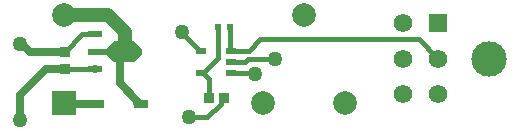
<source format=gbl>
G04*
G04 #@! TF.GenerationSoftware,Altium Limited,Altium Designer,23.8.1 (32)*
G04*
G04 Layer_Physical_Order=4*
G04 Layer_Color=16711680*
%FSLAX44Y44*%
%MOMM*%
G71*
G04*
G04 #@! TF.SameCoordinates,9B814528-EFA3-4082-B0EB-4300BE4F3D03*
G04*
G04*
G04 #@! TF.FilePolarity,Positive*
G04*
G01*
G75*
%ADD21C,1.5700*%
%ADD22R,1.5700X1.5700*%
%ADD23C,3.0000*%
%ADD24C,2.0000*%
%ADD25R,2.0000X2.0000*%
%ADD27C,1.1430*%
%ADD28C,0.6350*%
%ADD29C,0.3810*%
%ADD30C,1.2700*%
%ADD39R,0.4750X0.5000*%
G04:AMPARAMS|DCode=40|XSize=0.55mm|YSize=0.8mm|CornerRadius=0.0495mm|HoleSize=0mm|Usage=FLASHONLY|Rotation=90.000|XOffset=0mm|YOffset=0mm|HoleType=Round|Shape=RoundedRectangle|*
%AMROUNDEDRECTD40*
21,1,0.5500,0.7010,0,0,90.0*
21,1,0.4510,0.8000,0,0,90.0*
1,1,0.0990,0.3505,0.2255*
1,1,0.0990,0.3505,-0.2255*
1,1,0.0990,-0.3505,-0.2255*
1,1,0.0990,-0.3505,0.2255*
%
%ADD40ROUNDEDRECTD40*%
%ADD41R,0.8549X0.9062*%
%ADD42R,1.2000X0.7000*%
%ADD43R,0.9500X0.9500*%
%ADD44C,1.6200*%
%ADD45R,1.2000X0.5000*%
G36*
X405480Y1226540D02*
Y1221540D01*
X421480D01*
X427980Y1215040D01*
X444980D01*
X451480Y1221540D01*
Y1226540D01*
X444980Y1233040D01*
X427980D01*
X421480Y1226540D01*
X405480D01*
D01*
D02*
G37*
D21*
X672030Y1187930D02*
D03*
Y1217930D02*
D03*
Y1247930D02*
D03*
X702030Y1187930D02*
D03*
Y1217930D02*
D03*
D22*
Y1247930D02*
D03*
D23*
X745230Y1217930D02*
D03*
D24*
X385660Y1255430D02*
D03*
X623660Y1180430D02*
D03*
X553660D02*
D03*
X588660Y1255430D02*
D03*
D25*
X385660Y1180430D02*
D03*
D27*
X433044Y1224040D02*
Y1225331D01*
X436880Y1229167D01*
Y1240790D01*
X422240Y1255430D02*
X436880Y1240790D01*
X385660Y1255430D02*
X422240D01*
D28*
X386260Y1179830D02*
X413300D01*
X385660Y1180430D02*
X386260Y1179830D01*
X447475Y1180155D02*
Y1182655D01*
X433044Y1197086D02*
Y1224040D01*
X447800Y1179830D02*
X450300D01*
X447475Y1180155D02*
X447800Y1179830D01*
X433044Y1197086D02*
X447475Y1182655D01*
X386080Y1209160D02*
X386140Y1209100D01*
X411420D02*
X411480Y1209040D01*
X347980Y1187450D02*
X369690Y1209160D01*
X386080D01*
X347980Y1165860D02*
Y1187450D01*
X356168Y1224160D02*
X386080D01*
X349698Y1230630D02*
X356168Y1224160D01*
X347980Y1230630D02*
X349698D01*
D29*
X485140Y1240100D02*
X500350Y1224890D01*
X485140Y1240100D02*
Y1240790D01*
X551180Y1234440D02*
X685520D01*
X527430Y1205560D02*
X547040D01*
X527100Y1205890D02*
X527430Y1205560D01*
X547040D02*
X547370Y1205230D01*
X541020Y1217930D02*
X563880D01*
X541630Y1224890D02*
X551180Y1234440D01*
X526670Y1224890D02*
X527100D01*
X538480Y1215390D02*
X541020Y1217930D01*
X527100Y1215390D02*
X538480D01*
X527100Y1224890D02*
X541630D01*
X685520Y1234440D02*
X702030Y1217930D01*
X518237Y1179962D02*
Y1182541D01*
X506675Y1168400D02*
X518237Y1179962D01*
X491490Y1168400D02*
X506675D01*
X518237Y1182541D02*
X520606Y1184910D01*
X508093D02*
Y1200647D01*
X502850Y1205890D02*
X508093Y1200647D01*
X501600Y1205890D02*
X502850D01*
X515575Y1218615D02*
Y1244600D01*
X502850Y1205890D02*
X515575Y1218615D01*
X500350Y1224890D02*
X501600D01*
X525825Y1225735D02*
Y1244600D01*
Y1225735D02*
X526670Y1224890D01*
X400960Y1239040D02*
X411480D01*
X386080Y1224160D02*
X400960Y1239040D01*
X386140Y1209100D02*
X411420D01*
D30*
X485140Y1240790D02*
D03*
X547370Y1205230D02*
D03*
X563880Y1217930D02*
D03*
X491490Y1168400D02*
D03*
X347980Y1230630D02*
D03*
Y1165860D02*
D03*
D39*
X525825Y1244600D02*
D03*
X515575D02*
D03*
D40*
X527100Y1224890D02*
D03*
Y1215390D02*
D03*
Y1205890D02*
D03*
X501600D02*
D03*
Y1224890D02*
D03*
D41*
X508093Y1184910D02*
D03*
X520606D02*
D03*
D42*
X413300Y1179830D02*
D03*
X450300D02*
D03*
D43*
X386080Y1209160D02*
D03*
Y1224160D02*
D03*
D44*
X433044Y1224040D02*
D03*
D45*
X411480Y1239040D02*
D03*
Y1209040D02*
D03*
M02*

</source>
